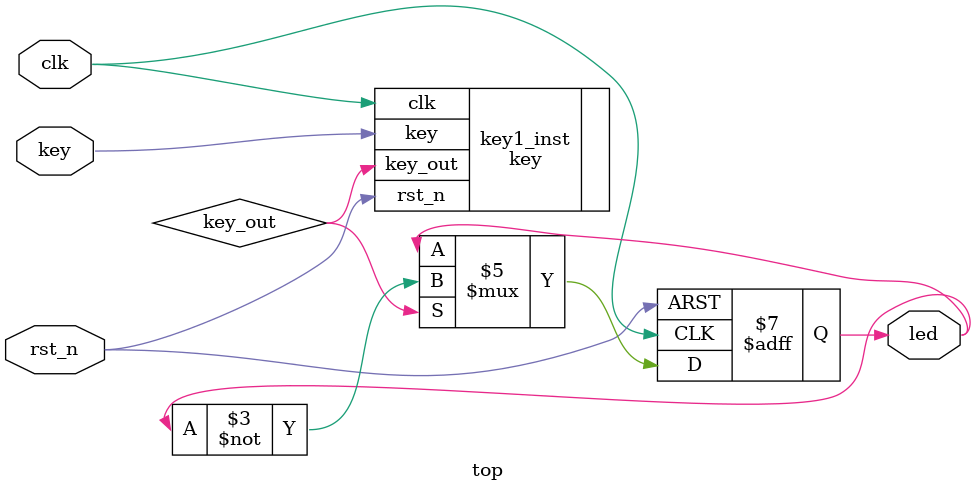
<source format=v>
`timescale 1ns / 1ps


module top #(
    parameter   TIME_20MS   =   20'd1_000_000
) (
    input       clk     ,
    input       rst_n   ,
    input       key     ,
    output  reg led     
    );

    wire    key_out ;

    always @(posedge clk or negedge rst_n) begin
        if (!rst_n)
            led <=  1'b0    ;
        else if (key_out)
            led <=  ~led    ;
        else
            led <=  led     ;
    end

    key #(
        .TIME_20MS  (TIME_20MS  )
    ) key1_inst(
        .clk        (clk        ),
        .rst_n      (rst_n      ),
        .key        (key        ),
        .key_out    (key_out    )
    );

endmodule

</source>
